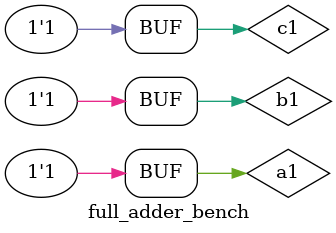
<source format=v>
module full_adder(input a,b,c, output y1,y2);
	wire y3,y4;
	half_adder_a uut1(a,b,y3,y4);
	half_adder_a uut2(y3,c,y1,y5);
	or(y2,y4,y5);
endmodule

module full_adder_bench();
	reg a1,b1,c1; 
	wire ya,yb; 
	full_adder dUT_(.a(a1),.b(b1),.c(c1),.y1(ya),.y2(yb));
	initial  
	begin
	      	a1=1'b0;b1=1'b0;c1=1'b0;  
	#100    a1=1'b0;b1=1'b0;c1=1'b1;  
	#100    a1=1'b0;b1=1'b1;c1=1'b0; 
	#100    a1=1'b0;b1=1'b1;c1=1'b1;
	#100    a1=1'b1;b1=1'b0;c1=1'b0;
	#100    a1=1'b1;b1=1'b0;c1=1'b1;
	#100    a1=1'b1;b1=1'b1;c1=1'b0;
	#100    a1=1'b1;b1=1'b1;c1=1'b1;   
	end
endmodule
</source>
